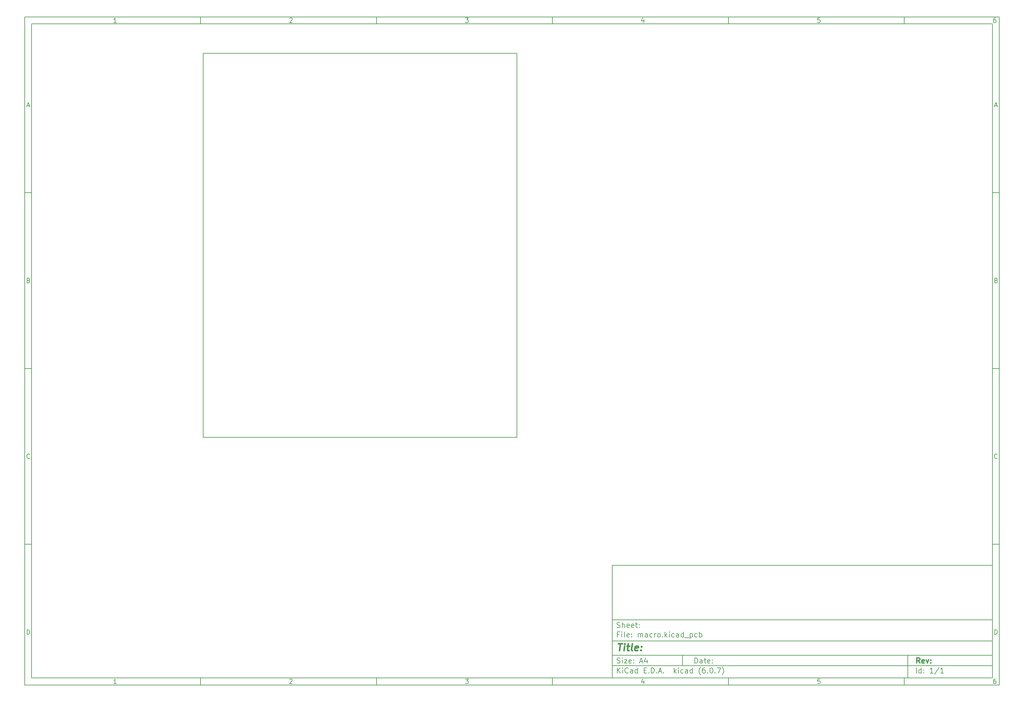
<source format=gbr>
%TF.GenerationSoftware,KiCad,Pcbnew,(6.0.7)*%
%TF.CreationDate,2022-08-16T17:25:39+02:00*%
%TF.ProjectId,macro,6d616372-6f2e-46b6-9963-61645f706362,rev?*%
%TF.SameCoordinates,Original*%
%TF.FileFunction,Profile,NP*%
%FSLAX46Y46*%
G04 Gerber Fmt 4.6, Leading zero omitted, Abs format (unit mm)*
G04 Created by KiCad (PCBNEW (6.0.7)) date 2022-08-16 17:25:39*
%MOMM*%
%LPD*%
G01*
G04 APERTURE LIST*
%ADD10C,0.100000*%
%ADD11C,0.150000*%
%ADD12C,0.300000*%
%ADD13C,0.400000*%
%TA.AperFunction,Profile*%
%ADD14C,0.200000*%
%TD*%
G04 APERTURE END LIST*
D10*
D11*
X177002200Y-166007200D02*
X177002200Y-198007200D01*
X285002200Y-198007200D01*
X285002200Y-166007200D01*
X177002200Y-166007200D01*
D10*
D11*
X10000000Y-10000000D02*
X10000000Y-200007200D01*
X287002200Y-200007200D01*
X287002200Y-10000000D01*
X10000000Y-10000000D01*
D10*
D11*
X12000000Y-12000000D02*
X12000000Y-198007200D01*
X285002200Y-198007200D01*
X285002200Y-12000000D01*
X12000000Y-12000000D01*
D10*
D11*
X60000000Y-12000000D02*
X60000000Y-10000000D01*
D10*
D11*
X110000000Y-12000000D02*
X110000000Y-10000000D01*
D10*
D11*
X160000000Y-12000000D02*
X160000000Y-10000000D01*
D10*
D11*
X210000000Y-12000000D02*
X210000000Y-10000000D01*
D10*
D11*
X260000000Y-12000000D02*
X260000000Y-10000000D01*
D10*
D11*
X36065476Y-11588095D02*
X35322619Y-11588095D01*
X35694047Y-11588095D02*
X35694047Y-10288095D01*
X35570238Y-10473809D01*
X35446428Y-10597619D01*
X35322619Y-10659523D01*
D10*
D11*
X85322619Y-10411904D02*
X85384523Y-10350000D01*
X85508333Y-10288095D01*
X85817857Y-10288095D01*
X85941666Y-10350000D01*
X86003571Y-10411904D01*
X86065476Y-10535714D01*
X86065476Y-10659523D01*
X86003571Y-10845238D01*
X85260714Y-11588095D01*
X86065476Y-11588095D01*
D10*
D11*
X135260714Y-10288095D02*
X136065476Y-10288095D01*
X135632142Y-10783333D01*
X135817857Y-10783333D01*
X135941666Y-10845238D01*
X136003571Y-10907142D01*
X136065476Y-11030952D01*
X136065476Y-11340476D01*
X136003571Y-11464285D01*
X135941666Y-11526190D01*
X135817857Y-11588095D01*
X135446428Y-11588095D01*
X135322619Y-11526190D01*
X135260714Y-11464285D01*
D10*
D11*
X185941666Y-10721428D02*
X185941666Y-11588095D01*
X185632142Y-10226190D02*
X185322619Y-11154761D01*
X186127380Y-11154761D01*
D10*
D11*
X236003571Y-10288095D02*
X235384523Y-10288095D01*
X235322619Y-10907142D01*
X235384523Y-10845238D01*
X235508333Y-10783333D01*
X235817857Y-10783333D01*
X235941666Y-10845238D01*
X236003571Y-10907142D01*
X236065476Y-11030952D01*
X236065476Y-11340476D01*
X236003571Y-11464285D01*
X235941666Y-11526190D01*
X235817857Y-11588095D01*
X235508333Y-11588095D01*
X235384523Y-11526190D01*
X235322619Y-11464285D01*
D10*
D11*
X285941666Y-10288095D02*
X285694047Y-10288095D01*
X285570238Y-10350000D01*
X285508333Y-10411904D01*
X285384523Y-10597619D01*
X285322619Y-10845238D01*
X285322619Y-11340476D01*
X285384523Y-11464285D01*
X285446428Y-11526190D01*
X285570238Y-11588095D01*
X285817857Y-11588095D01*
X285941666Y-11526190D01*
X286003571Y-11464285D01*
X286065476Y-11340476D01*
X286065476Y-11030952D01*
X286003571Y-10907142D01*
X285941666Y-10845238D01*
X285817857Y-10783333D01*
X285570238Y-10783333D01*
X285446428Y-10845238D01*
X285384523Y-10907142D01*
X285322619Y-11030952D01*
D10*
D11*
X60000000Y-198007200D02*
X60000000Y-200007200D01*
D10*
D11*
X110000000Y-198007200D02*
X110000000Y-200007200D01*
D10*
D11*
X160000000Y-198007200D02*
X160000000Y-200007200D01*
D10*
D11*
X210000000Y-198007200D02*
X210000000Y-200007200D01*
D10*
D11*
X260000000Y-198007200D02*
X260000000Y-200007200D01*
D10*
D11*
X36065476Y-199595295D02*
X35322619Y-199595295D01*
X35694047Y-199595295D02*
X35694047Y-198295295D01*
X35570238Y-198481009D01*
X35446428Y-198604819D01*
X35322619Y-198666723D01*
D10*
D11*
X85322619Y-198419104D02*
X85384523Y-198357200D01*
X85508333Y-198295295D01*
X85817857Y-198295295D01*
X85941666Y-198357200D01*
X86003571Y-198419104D01*
X86065476Y-198542914D01*
X86065476Y-198666723D01*
X86003571Y-198852438D01*
X85260714Y-199595295D01*
X86065476Y-199595295D01*
D10*
D11*
X135260714Y-198295295D02*
X136065476Y-198295295D01*
X135632142Y-198790533D01*
X135817857Y-198790533D01*
X135941666Y-198852438D01*
X136003571Y-198914342D01*
X136065476Y-199038152D01*
X136065476Y-199347676D01*
X136003571Y-199471485D01*
X135941666Y-199533390D01*
X135817857Y-199595295D01*
X135446428Y-199595295D01*
X135322619Y-199533390D01*
X135260714Y-199471485D01*
D10*
D11*
X185941666Y-198728628D02*
X185941666Y-199595295D01*
X185632142Y-198233390D02*
X185322619Y-199161961D01*
X186127380Y-199161961D01*
D10*
D11*
X236003571Y-198295295D02*
X235384523Y-198295295D01*
X235322619Y-198914342D01*
X235384523Y-198852438D01*
X235508333Y-198790533D01*
X235817857Y-198790533D01*
X235941666Y-198852438D01*
X236003571Y-198914342D01*
X236065476Y-199038152D01*
X236065476Y-199347676D01*
X236003571Y-199471485D01*
X235941666Y-199533390D01*
X235817857Y-199595295D01*
X235508333Y-199595295D01*
X235384523Y-199533390D01*
X235322619Y-199471485D01*
D10*
D11*
X285941666Y-198295295D02*
X285694047Y-198295295D01*
X285570238Y-198357200D01*
X285508333Y-198419104D01*
X285384523Y-198604819D01*
X285322619Y-198852438D01*
X285322619Y-199347676D01*
X285384523Y-199471485D01*
X285446428Y-199533390D01*
X285570238Y-199595295D01*
X285817857Y-199595295D01*
X285941666Y-199533390D01*
X286003571Y-199471485D01*
X286065476Y-199347676D01*
X286065476Y-199038152D01*
X286003571Y-198914342D01*
X285941666Y-198852438D01*
X285817857Y-198790533D01*
X285570238Y-198790533D01*
X285446428Y-198852438D01*
X285384523Y-198914342D01*
X285322619Y-199038152D01*
D10*
D11*
X10000000Y-60000000D02*
X12000000Y-60000000D01*
D10*
D11*
X10000000Y-110000000D02*
X12000000Y-110000000D01*
D10*
D11*
X10000000Y-160000000D02*
X12000000Y-160000000D01*
D10*
D11*
X10690476Y-35216666D02*
X11309523Y-35216666D01*
X10566666Y-35588095D02*
X11000000Y-34288095D01*
X11433333Y-35588095D01*
D10*
D11*
X11092857Y-84907142D02*
X11278571Y-84969047D01*
X11340476Y-85030952D01*
X11402380Y-85154761D01*
X11402380Y-85340476D01*
X11340476Y-85464285D01*
X11278571Y-85526190D01*
X11154761Y-85588095D01*
X10659523Y-85588095D01*
X10659523Y-84288095D01*
X11092857Y-84288095D01*
X11216666Y-84350000D01*
X11278571Y-84411904D01*
X11340476Y-84535714D01*
X11340476Y-84659523D01*
X11278571Y-84783333D01*
X11216666Y-84845238D01*
X11092857Y-84907142D01*
X10659523Y-84907142D01*
D10*
D11*
X11402380Y-135464285D02*
X11340476Y-135526190D01*
X11154761Y-135588095D01*
X11030952Y-135588095D01*
X10845238Y-135526190D01*
X10721428Y-135402380D01*
X10659523Y-135278571D01*
X10597619Y-135030952D01*
X10597619Y-134845238D01*
X10659523Y-134597619D01*
X10721428Y-134473809D01*
X10845238Y-134350000D01*
X11030952Y-134288095D01*
X11154761Y-134288095D01*
X11340476Y-134350000D01*
X11402380Y-134411904D01*
D10*
D11*
X10659523Y-185588095D02*
X10659523Y-184288095D01*
X10969047Y-184288095D01*
X11154761Y-184350000D01*
X11278571Y-184473809D01*
X11340476Y-184597619D01*
X11402380Y-184845238D01*
X11402380Y-185030952D01*
X11340476Y-185278571D01*
X11278571Y-185402380D01*
X11154761Y-185526190D01*
X10969047Y-185588095D01*
X10659523Y-185588095D01*
D10*
D11*
X287002200Y-60000000D02*
X285002200Y-60000000D01*
D10*
D11*
X287002200Y-110000000D02*
X285002200Y-110000000D01*
D10*
D11*
X287002200Y-160000000D02*
X285002200Y-160000000D01*
D10*
D11*
X285692676Y-35216666D02*
X286311723Y-35216666D01*
X285568866Y-35588095D02*
X286002200Y-34288095D01*
X286435533Y-35588095D01*
D10*
D11*
X286095057Y-84907142D02*
X286280771Y-84969047D01*
X286342676Y-85030952D01*
X286404580Y-85154761D01*
X286404580Y-85340476D01*
X286342676Y-85464285D01*
X286280771Y-85526190D01*
X286156961Y-85588095D01*
X285661723Y-85588095D01*
X285661723Y-84288095D01*
X286095057Y-84288095D01*
X286218866Y-84350000D01*
X286280771Y-84411904D01*
X286342676Y-84535714D01*
X286342676Y-84659523D01*
X286280771Y-84783333D01*
X286218866Y-84845238D01*
X286095057Y-84907142D01*
X285661723Y-84907142D01*
D10*
D11*
X286404580Y-135464285D02*
X286342676Y-135526190D01*
X286156961Y-135588095D01*
X286033152Y-135588095D01*
X285847438Y-135526190D01*
X285723628Y-135402380D01*
X285661723Y-135278571D01*
X285599819Y-135030952D01*
X285599819Y-134845238D01*
X285661723Y-134597619D01*
X285723628Y-134473809D01*
X285847438Y-134350000D01*
X286033152Y-134288095D01*
X286156961Y-134288095D01*
X286342676Y-134350000D01*
X286404580Y-134411904D01*
D10*
D11*
X285661723Y-185588095D02*
X285661723Y-184288095D01*
X285971247Y-184288095D01*
X286156961Y-184350000D01*
X286280771Y-184473809D01*
X286342676Y-184597619D01*
X286404580Y-184845238D01*
X286404580Y-185030952D01*
X286342676Y-185278571D01*
X286280771Y-185402380D01*
X286156961Y-185526190D01*
X285971247Y-185588095D01*
X285661723Y-185588095D01*
D10*
D11*
X200434342Y-193785771D02*
X200434342Y-192285771D01*
X200791485Y-192285771D01*
X201005771Y-192357200D01*
X201148628Y-192500057D01*
X201220057Y-192642914D01*
X201291485Y-192928628D01*
X201291485Y-193142914D01*
X201220057Y-193428628D01*
X201148628Y-193571485D01*
X201005771Y-193714342D01*
X200791485Y-193785771D01*
X200434342Y-193785771D01*
X202577200Y-193785771D02*
X202577200Y-193000057D01*
X202505771Y-192857200D01*
X202362914Y-192785771D01*
X202077200Y-192785771D01*
X201934342Y-192857200D01*
X202577200Y-193714342D02*
X202434342Y-193785771D01*
X202077200Y-193785771D01*
X201934342Y-193714342D01*
X201862914Y-193571485D01*
X201862914Y-193428628D01*
X201934342Y-193285771D01*
X202077200Y-193214342D01*
X202434342Y-193214342D01*
X202577200Y-193142914D01*
X203077200Y-192785771D02*
X203648628Y-192785771D01*
X203291485Y-192285771D02*
X203291485Y-193571485D01*
X203362914Y-193714342D01*
X203505771Y-193785771D01*
X203648628Y-193785771D01*
X204720057Y-193714342D02*
X204577200Y-193785771D01*
X204291485Y-193785771D01*
X204148628Y-193714342D01*
X204077200Y-193571485D01*
X204077200Y-193000057D01*
X204148628Y-192857200D01*
X204291485Y-192785771D01*
X204577200Y-192785771D01*
X204720057Y-192857200D01*
X204791485Y-193000057D01*
X204791485Y-193142914D01*
X204077200Y-193285771D01*
X205434342Y-193642914D02*
X205505771Y-193714342D01*
X205434342Y-193785771D01*
X205362914Y-193714342D01*
X205434342Y-193642914D01*
X205434342Y-193785771D01*
X205434342Y-192857200D02*
X205505771Y-192928628D01*
X205434342Y-193000057D01*
X205362914Y-192928628D01*
X205434342Y-192857200D01*
X205434342Y-193000057D01*
D10*
D11*
X177002200Y-194507200D02*
X285002200Y-194507200D01*
D10*
D11*
X178434342Y-196585771D02*
X178434342Y-195085771D01*
X179291485Y-196585771D02*
X178648628Y-195728628D01*
X179291485Y-195085771D02*
X178434342Y-195942914D01*
X179934342Y-196585771D02*
X179934342Y-195585771D01*
X179934342Y-195085771D02*
X179862914Y-195157200D01*
X179934342Y-195228628D01*
X180005771Y-195157200D01*
X179934342Y-195085771D01*
X179934342Y-195228628D01*
X181505771Y-196442914D02*
X181434342Y-196514342D01*
X181220057Y-196585771D01*
X181077200Y-196585771D01*
X180862914Y-196514342D01*
X180720057Y-196371485D01*
X180648628Y-196228628D01*
X180577200Y-195942914D01*
X180577200Y-195728628D01*
X180648628Y-195442914D01*
X180720057Y-195300057D01*
X180862914Y-195157200D01*
X181077200Y-195085771D01*
X181220057Y-195085771D01*
X181434342Y-195157200D01*
X181505771Y-195228628D01*
X182791485Y-196585771D02*
X182791485Y-195800057D01*
X182720057Y-195657200D01*
X182577200Y-195585771D01*
X182291485Y-195585771D01*
X182148628Y-195657200D01*
X182791485Y-196514342D02*
X182648628Y-196585771D01*
X182291485Y-196585771D01*
X182148628Y-196514342D01*
X182077200Y-196371485D01*
X182077200Y-196228628D01*
X182148628Y-196085771D01*
X182291485Y-196014342D01*
X182648628Y-196014342D01*
X182791485Y-195942914D01*
X184148628Y-196585771D02*
X184148628Y-195085771D01*
X184148628Y-196514342D02*
X184005771Y-196585771D01*
X183720057Y-196585771D01*
X183577200Y-196514342D01*
X183505771Y-196442914D01*
X183434342Y-196300057D01*
X183434342Y-195871485D01*
X183505771Y-195728628D01*
X183577200Y-195657200D01*
X183720057Y-195585771D01*
X184005771Y-195585771D01*
X184148628Y-195657200D01*
X186005771Y-195800057D02*
X186505771Y-195800057D01*
X186720057Y-196585771D02*
X186005771Y-196585771D01*
X186005771Y-195085771D01*
X186720057Y-195085771D01*
X187362914Y-196442914D02*
X187434342Y-196514342D01*
X187362914Y-196585771D01*
X187291485Y-196514342D01*
X187362914Y-196442914D01*
X187362914Y-196585771D01*
X188077200Y-196585771D02*
X188077200Y-195085771D01*
X188434342Y-195085771D01*
X188648628Y-195157200D01*
X188791485Y-195300057D01*
X188862914Y-195442914D01*
X188934342Y-195728628D01*
X188934342Y-195942914D01*
X188862914Y-196228628D01*
X188791485Y-196371485D01*
X188648628Y-196514342D01*
X188434342Y-196585771D01*
X188077200Y-196585771D01*
X189577200Y-196442914D02*
X189648628Y-196514342D01*
X189577200Y-196585771D01*
X189505771Y-196514342D01*
X189577200Y-196442914D01*
X189577200Y-196585771D01*
X190220057Y-196157200D02*
X190934342Y-196157200D01*
X190077200Y-196585771D02*
X190577200Y-195085771D01*
X191077200Y-196585771D01*
X191577200Y-196442914D02*
X191648628Y-196514342D01*
X191577200Y-196585771D01*
X191505771Y-196514342D01*
X191577200Y-196442914D01*
X191577200Y-196585771D01*
X194577200Y-196585771D02*
X194577200Y-195085771D01*
X194720057Y-196014342D02*
X195148628Y-196585771D01*
X195148628Y-195585771D02*
X194577200Y-196157200D01*
X195791485Y-196585771D02*
X195791485Y-195585771D01*
X195791485Y-195085771D02*
X195720057Y-195157200D01*
X195791485Y-195228628D01*
X195862914Y-195157200D01*
X195791485Y-195085771D01*
X195791485Y-195228628D01*
X197148628Y-196514342D02*
X197005771Y-196585771D01*
X196720057Y-196585771D01*
X196577200Y-196514342D01*
X196505771Y-196442914D01*
X196434342Y-196300057D01*
X196434342Y-195871485D01*
X196505771Y-195728628D01*
X196577200Y-195657200D01*
X196720057Y-195585771D01*
X197005771Y-195585771D01*
X197148628Y-195657200D01*
X198434342Y-196585771D02*
X198434342Y-195800057D01*
X198362914Y-195657200D01*
X198220057Y-195585771D01*
X197934342Y-195585771D01*
X197791485Y-195657200D01*
X198434342Y-196514342D02*
X198291485Y-196585771D01*
X197934342Y-196585771D01*
X197791485Y-196514342D01*
X197720057Y-196371485D01*
X197720057Y-196228628D01*
X197791485Y-196085771D01*
X197934342Y-196014342D01*
X198291485Y-196014342D01*
X198434342Y-195942914D01*
X199791485Y-196585771D02*
X199791485Y-195085771D01*
X199791485Y-196514342D02*
X199648628Y-196585771D01*
X199362914Y-196585771D01*
X199220057Y-196514342D01*
X199148628Y-196442914D01*
X199077200Y-196300057D01*
X199077200Y-195871485D01*
X199148628Y-195728628D01*
X199220057Y-195657200D01*
X199362914Y-195585771D01*
X199648628Y-195585771D01*
X199791485Y-195657200D01*
X202077200Y-197157200D02*
X202005771Y-197085771D01*
X201862914Y-196871485D01*
X201791485Y-196728628D01*
X201720057Y-196514342D01*
X201648628Y-196157200D01*
X201648628Y-195871485D01*
X201720057Y-195514342D01*
X201791485Y-195300057D01*
X201862914Y-195157200D01*
X202005771Y-194942914D01*
X202077200Y-194871485D01*
X203291485Y-195085771D02*
X203005771Y-195085771D01*
X202862914Y-195157200D01*
X202791485Y-195228628D01*
X202648628Y-195442914D01*
X202577200Y-195728628D01*
X202577200Y-196300057D01*
X202648628Y-196442914D01*
X202720057Y-196514342D01*
X202862914Y-196585771D01*
X203148628Y-196585771D01*
X203291485Y-196514342D01*
X203362914Y-196442914D01*
X203434342Y-196300057D01*
X203434342Y-195942914D01*
X203362914Y-195800057D01*
X203291485Y-195728628D01*
X203148628Y-195657200D01*
X202862914Y-195657200D01*
X202720057Y-195728628D01*
X202648628Y-195800057D01*
X202577200Y-195942914D01*
X204077200Y-196442914D02*
X204148628Y-196514342D01*
X204077200Y-196585771D01*
X204005771Y-196514342D01*
X204077200Y-196442914D01*
X204077200Y-196585771D01*
X205077200Y-195085771D02*
X205220057Y-195085771D01*
X205362914Y-195157200D01*
X205434342Y-195228628D01*
X205505771Y-195371485D01*
X205577200Y-195657200D01*
X205577200Y-196014342D01*
X205505771Y-196300057D01*
X205434342Y-196442914D01*
X205362914Y-196514342D01*
X205220057Y-196585771D01*
X205077200Y-196585771D01*
X204934342Y-196514342D01*
X204862914Y-196442914D01*
X204791485Y-196300057D01*
X204720057Y-196014342D01*
X204720057Y-195657200D01*
X204791485Y-195371485D01*
X204862914Y-195228628D01*
X204934342Y-195157200D01*
X205077200Y-195085771D01*
X206220057Y-196442914D02*
X206291485Y-196514342D01*
X206220057Y-196585771D01*
X206148628Y-196514342D01*
X206220057Y-196442914D01*
X206220057Y-196585771D01*
X206791485Y-195085771D02*
X207791485Y-195085771D01*
X207148628Y-196585771D01*
X208220057Y-197157200D02*
X208291485Y-197085771D01*
X208434342Y-196871485D01*
X208505771Y-196728628D01*
X208577200Y-196514342D01*
X208648628Y-196157200D01*
X208648628Y-195871485D01*
X208577200Y-195514342D01*
X208505771Y-195300057D01*
X208434342Y-195157200D01*
X208291485Y-194942914D01*
X208220057Y-194871485D01*
D10*
D11*
X177002200Y-191507200D02*
X285002200Y-191507200D01*
D10*
D12*
X264411485Y-193785771D02*
X263911485Y-193071485D01*
X263554342Y-193785771D02*
X263554342Y-192285771D01*
X264125771Y-192285771D01*
X264268628Y-192357200D01*
X264340057Y-192428628D01*
X264411485Y-192571485D01*
X264411485Y-192785771D01*
X264340057Y-192928628D01*
X264268628Y-193000057D01*
X264125771Y-193071485D01*
X263554342Y-193071485D01*
X265625771Y-193714342D02*
X265482914Y-193785771D01*
X265197200Y-193785771D01*
X265054342Y-193714342D01*
X264982914Y-193571485D01*
X264982914Y-193000057D01*
X265054342Y-192857200D01*
X265197200Y-192785771D01*
X265482914Y-192785771D01*
X265625771Y-192857200D01*
X265697200Y-193000057D01*
X265697200Y-193142914D01*
X264982914Y-193285771D01*
X266197200Y-192785771D02*
X266554342Y-193785771D01*
X266911485Y-192785771D01*
X267482914Y-193642914D02*
X267554342Y-193714342D01*
X267482914Y-193785771D01*
X267411485Y-193714342D01*
X267482914Y-193642914D01*
X267482914Y-193785771D01*
X267482914Y-192857200D02*
X267554342Y-192928628D01*
X267482914Y-193000057D01*
X267411485Y-192928628D01*
X267482914Y-192857200D01*
X267482914Y-193000057D01*
D10*
D11*
X178362914Y-193714342D02*
X178577200Y-193785771D01*
X178934342Y-193785771D01*
X179077200Y-193714342D01*
X179148628Y-193642914D01*
X179220057Y-193500057D01*
X179220057Y-193357200D01*
X179148628Y-193214342D01*
X179077200Y-193142914D01*
X178934342Y-193071485D01*
X178648628Y-193000057D01*
X178505771Y-192928628D01*
X178434342Y-192857200D01*
X178362914Y-192714342D01*
X178362914Y-192571485D01*
X178434342Y-192428628D01*
X178505771Y-192357200D01*
X178648628Y-192285771D01*
X179005771Y-192285771D01*
X179220057Y-192357200D01*
X179862914Y-193785771D02*
X179862914Y-192785771D01*
X179862914Y-192285771D02*
X179791485Y-192357200D01*
X179862914Y-192428628D01*
X179934342Y-192357200D01*
X179862914Y-192285771D01*
X179862914Y-192428628D01*
X180434342Y-192785771D02*
X181220057Y-192785771D01*
X180434342Y-193785771D01*
X181220057Y-193785771D01*
X182362914Y-193714342D02*
X182220057Y-193785771D01*
X181934342Y-193785771D01*
X181791485Y-193714342D01*
X181720057Y-193571485D01*
X181720057Y-193000057D01*
X181791485Y-192857200D01*
X181934342Y-192785771D01*
X182220057Y-192785771D01*
X182362914Y-192857200D01*
X182434342Y-193000057D01*
X182434342Y-193142914D01*
X181720057Y-193285771D01*
X183077200Y-193642914D02*
X183148628Y-193714342D01*
X183077200Y-193785771D01*
X183005771Y-193714342D01*
X183077200Y-193642914D01*
X183077200Y-193785771D01*
X183077200Y-192857200D02*
X183148628Y-192928628D01*
X183077200Y-193000057D01*
X183005771Y-192928628D01*
X183077200Y-192857200D01*
X183077200Y-193000057D01*
X184862914Y-193357200D02*
X185577200Y-193357200D01*
X184720057Y-193785771D02*
X185220057Y-192285771D01*
X185720057Y-193785771D01*
X186862914Y-192785771D02*
X186862914Y-193785771D01*
X186505771Y-192214342D02*
X186148628Y-193285771D01*
X187077200Y-193285771D01*
D10*
D11*
X263434342Y-196585771D02*
X263434342Y-195085771D01*
X264791485Y-196585771D02*
X264791485Y-195085771D01*
X264791485Y-196514342D02*
X264648628Y-196585771D01*
X264362914Y-196585771D01*
X264220057Y-196514342D01*
X264148628Y-196442914D01*
X264077200Y-196300057D01*
X264077200Y-195871485D01*
X264148628Y-195728628D01*
X264220057Y-195657200D01*
X264362914Y-195585771D01*
X264648628Y-195585771D01*
X264791485Y-195657200D01*
X265505771Y-196442914D02*
X265577200Y-196514342D01*
X265505771Y-196585771D01*
X265434342Y-196514342D01*
X265505771Y-196442914D01*
X265505771Y-196585771D01*
X265505771Y-195657200D02*
X265577200Y-195728628D01*
X265505771Y-195800057D01*
X265434342Y-195728628D01*
X265505771Y-195657200D01*
X265505771Y-195800057D01*
X268148628Y-196585771D02*
X267291485Y-196585771D01*
X267720057Y-196585771D02*
X267720057Y-195085771D01*
X267577200Y-195300057D01*
X267434342Y-195442914D01*
X267291485Y-195514342D01*
X269862914Y-195014342D02*
X268577200Y-196942914D01*
X271148628Y-196585771D02*
X270291485Y-196585771D01*
X270720057Y-196585771D02*
X270720057Y-195085771D01*
X270577200Y-195300057D01*
X270434342Y-195442914D01*
X270291485Y-195514342D01*
D10*
D11*
X177002200Y-187507200D02*
X285002200Y-187507200D01*
D10*
D13*
X178714580Y-188211961D02*
X179857438Y-188211961D01*
X179036009Y-190211961D02*
X179286009Y-188211961D01*
X180274104Y-190211961D02*
X180440771Y-188878628D01*
X180524104Y-188211961D02*
X180416961Y-188307200D01*
X180500295Y-188402438D01*
X180607438Y-188307200D01*
X180524104Y-188211961D01*
X180500295Y-188402438D01*
X181107438Y-188878628D02*
X181869342Y-188878628D01*
X181476485Y-188211961D02*
X181262200Y-189926247D01*
X181333628Y-190116723D01*
X181512200Y-190211961D01*
X181702676Y-190211961D01*
X182655057Y-190211961D02*
X182476485Y-190116723D01*
X182405057Y-189926247D01*
X182619342Y-188211961D01*
X184190771Y-190116723D02*
X183988390Y-190211961D01*
X183607438Y-190211961D01*
X183428866Y-190116723D01*
X183357438Y-189926247D01*
X183452676Y-189164342D01*
X183571723Y-188973866D01*
X183774104Y-188878628D01*
X184155057Y-188878628D01*
X184333628Y-188973866D01*
X184405057Y-189164342D01*
X184381247Y-189354819D01*
X183405057Y-189545295D01*
X185155057Y-190021485D02*
X185238390Y-190116723D01*
X185131247Y-190211961D01*
X185047914Y-190116723D01*
X185155057Y-190021485D01*
X185131247Y-190211961D01*
X185286009Y-188973866D02*
X185369342Y-189069104D01*
X185262200Y-189164342D01*
X185178866Y-189069104D01*
X185286009Y-188973866D01*
X185262200Y-189164342D01*
D10*
D11*
X178934342Y-185600057D02*
X178434342Y-185600057D01*
X178434342Y-186385771D02*
X178434342Y-184885771D01*
X179148628Y-184885771D01*
X179720057Y-186385771D02*
X179720057Y-185385771D01*
X179720057Y-184885771D02*
X179648628Y-184957200D01*
X179720057Y-185028628D01*
X179791485Y-184957200D01*
X179720057Y-184885771D01*
X179720057Y-185028628D01*
X180648628Y-186385771D02*
X180505771Y-186314342D01*
X180434342Y-186171485D01*
X180434342Y-184885771D01*
X181791485Y-186314342D02*
X181648628Y-186385771D01*
X181362914Y-186385771D01*
X181220057Y-186314342D01*
X181148628Y-186171485D01*
X181148628Y-185600057D01*
X181220057Y-185457200D01*
X181362914Y-185385771D01*
X181648628Y-185385771D01*
X181791485Y-185457200D01*
X181862914Y-185600057D01*
X181862914Y-185742914D01*
X181148628Y-185885771D01*
X182505771Y-186242914D02*
X182577200Y-186314342D01*
X182505771Y-186385771D01*
X182434342Y-186314342D01*
X182505771Y-186242914D01*
X182505771Y-186385771D01*
X182505771Y-185457200D02*
X182577200Y-185528628D01*
X182505771Y-185600057D01*
X182434342Y-185528628D01*
X182505771Y-185457200D01*
X182505771Y-185600057D01*
X184362914Y-186385771D02*
X184362914Y-185385771D01*
X184362914Y-185528628D02*
X184434342Y-185457200D01*
X184577200Y-185385771D01*
X184791485Y-185385771D01*
X184934342Y-185457200D01*
X185005771Y-185600057D01*
X185005771Y-186385771D01*
X185005771Y-185600057D02*
X185077200Y-185457200D01*
X185220057Y-185385771D01*
X185434342Y-185385771D01*
X185577200Y-185457200D01*
X185648628Y-185600057D01*
X185648628Y-186385771D01*
X187005771Y-186385771D02*
X187005771Y-185600057D01*
X186934342Y-185457200D01*
X186791485Y-185385771D01*
X186505771Y-185385771D01*
X186362914Y-185457200D01*
X187005771Y-186314342D02*
X186862914Y-186385771D01*
X186505771Y-186385771D01*
X186362914Y-186314342D01*
X186291485Y-186171485D01*
X186291485Y-186028628D01*
X186362914Y-185885771D01*
X186505771Y-185814342D01*
X186862914Y-185814342D01*
X187005771Y-185742914D01*
X188362914Y-186314342D02*
X188220057Y-186385771D01*
X187934342Y-186385771D01*
X187791485Y-186314342D01*
X187720057Y-186242914D01*
X187648628Y-186100057D01*
X187648628Y-185671485D01*
X187720057Y-185528628D01*
X187791485Y-185457200D01*
X187934342Y-185385771D01*
X188220057Y-185385771D01*
X188362914Y-185457200D01*
X189005771Y-186385771D02*
X189005771Y-185385771D01*
X189005771Y-185671485D02*
X189077200Y-185528628D01*
X189148628Y-185457200D01*
X189291485Y-185385771D01*
X189434342Y-185385771D01*
X190148628Y-186385771D02*
X190005771Y-186314342D01*
X189934342Y-186242914D01*
X189862914Y-186100057D01*
X189862914Y-185671485D01*
X189934342Y-185528628D01*
X190005771Y-185457200D01*
X190148628Y-185385771D01*
X190362914Y-185385771D01*
X190505771Y-185457200D01*
X190577200Y-185528628D01*
X190648628Y-185671485D01*
X190648628Y-186100057D01*
X190577200Y-186242914D01*
X190505771Y-186314342D01*
X190362914Y-186385771D01*
X190148628Y-186385771D01*
X191291485Y-186242914D02*
X191362914Y-186314342D01*
X191291485Y-186385771D01*
X191220057Y-186314342D01*
X191291485Y-186242914D01*
X191291485Y-186385771D01*
X192005771Y-186385771D02*
X192005771Y-184885771D01*
X192148628Y-185814342D02*
X192577200Y-186385771D01*
X192577200Y-185385771D02*
X192005771Y-185957200D01*
X193220057Y-186385771D02*
X193220057Y-185385771D01*
X193220057Y-184885771D02*
X193148628Y-184957200D01*
X193220057Y-185028628D01*
X193291485Y-184957200D01*
X193220057Y-184885771D01*
X193220057Y-185028628D01*
X194577200Y-186314342D02*
X194434342Y-186385771D01*
X194148628Y-186385771D01*
X194005771Y-186314342D01*
X193934342Y-186242914D01*
X193862914Y-186100057D01*
X193862914Y-185671485D01*
X193934342Y-185528628D01*
X194005771Y-185457200D01*
X194148628Y-185385771D01*
X194434342Y-185385771D01*
X194577200Y-185457200D01*
X195862914Y-186385771D02*
X195862914Y-185600057D01*
X195791485Y-185457200D01*
X195648628Y-185385771D01*
X195362914Y-185385771D01*
X195220057Y-185457200D01*
X195862914Y-186314342D02*
X195720057Y-186385771D01*
X195362914Y-186385771D01*
X195220057Y-186314342D01*
X195148628Y-186171485D01*
X195148628Y-186028628D01*
X195220057Y-185885771D01*
X195362914Y-185814342D01*
X195720057Y-185814342D01*
X195862914Y-185742914D01*
X197220057Y-186385771D02*
X197220057Y-184885771D01*
X197220057Y-186314342D02*
X197077200Y-186385771D01*
X196791485Y-186385771D01*
X196648628Y-186314342D01*
X196577200Y-186242914D01*
X196505771Y-186100057D01*
X196505771Y-185671485D01*
X196577200Y-185528628D01*
X196648628Y-185457200D01*
X196791485Y-185385771D01*
X197077200Y-185385771D01*
X197220057Y-185457200D01*
X197577200Y-186528628D02*
X198720057Y-186528628D01*
X199077200Y-185385771D02*
X199077200Y-186885771D01*
X199077200Y-185457200D02*
X199220057Y-185385771D01*
X199505771Y-185385771D01*
X199648628Y-185457200D01*
X199720057Y-185528628D01*
X199791485Y-185671485D01*
X199791485Y-186100057D01*
X199720057Y-186242914D01*
X199648628Y-186314342D01*
X199505771Y-186385771D01*
X199220057Y-186385771D01*
X199077200Y-186314342D01*
X201077200Y-186314342D02*
X200934342Y-186385771D01*
X200648628Y-186385771D01*
X200505771Y-186314342D01*
X200434342Y-186242914D01*
X200362914Y-186100057D01*
X200362914Y-185671485D01*
X200434342Y-185528628D01*
X200505771Y-185457200D01*
X200648628Y-185385771D01*
X200934342Y-185385771D01*
X201077200Y-185457200D01*
X201720057Y-186385771D02*
X201720057Y-184885771D01*
X201720057Y-185457200D02*
X201862914Y-185385771D01*
X202148628Y-185385771D01*
X202291485Y-185457200D01*
X202362914Y-185528628D01*
X202434342Y-185671485D01*
X202434342Y-186100057D01*
X202362914Y-186242914D01*
X202291485Y-186314342D01*
X202148628Y-186385771D01*
X201862914Y-186385771D01*
X201720057Y-186314342D01*
D10*
D11*
X177002200Y-181507200D02*
X285002200Y-181507200D01*
D10*
D11*
X178362914Y-183614342D02*
X178577200Y-183685771D01*
X178934342Y-183685771D01*
X179077200Y-183614342D01*
X179148628Y-183542914D01*
X179220057Y-183400057D01*
X179220057Y-183257200D01*
X179148628Y-183114342D01*
X179077200Y-183042914D01*
X178934342Y-182971485D01*
X178648628Y-182900057D01*
X178505771Y-182828628D01*
X178434342Y-182757200D01*
X178362914Y-182614342D01*
X178362914Y-182471485D01*
X178434342Y-182328628D01*
X178505771Y-182257200D01*
X178648628Y-182185771D01*
X179005771Y-182185771D01*
X179220057Y-182257200D01*
X179862914Y-183685771D02*
X179862914Y-182185771D01*
X180505771Y-183685771D02*
X180505771Y-182900057D01*
X180434342Y-182757200D01*
X180291485Y-182685771D01*
X180077200Y-182685771D01*
X179934342Y-182757200D01*
X179862914Y-182828628D01*
X181791485Y-183614342D02*
X181648628Y-183685771D01*
X181362914Y-183685771D01*
X181220057Y-183614342D01*
X181148628Y-183471485D01*
X181148628Y-182900057D01*
X181220057Y-182757200D01*
X181362914Y-182685771D01*
X181648628Y-182685771D01*
X181791485Y-182757200D01*
X181862914Y-182900057D01*
X181862914Y-183042914D01*
X181148628Y-183185771D01*
X183077200Y-183614342D02*
X182934342Y-183685771D01*
X182648628Y-183685771D01*
X182505771Y-183614342D01*
X182434342Y-183471485D01*
X182434342Y-182900057D01*
X182505771Y-182757200D01*
X182648628Y-182685771D01*
X182934342Y-182685771D01*
X183077200Y-182757200D01*
X183148628Y-182900057D01*
X183148628Y-183042914D01*
X182434342Y-183185771D01*
X183577200Y-182685771D02*
X184148628Y-182685771D01*
X183791485Y-182185771D02*
X183791485Y-183471485D01*
X183862914Y-183614342D01*
X184005771Y-183685771D01*
X184148628Y-183685771D01*
X184648628Y-183542914D02*
X184720057Y-183614342D01*
X184648628Y-183685771D01*
X184577200Y-183614342D01*
X184648628Y-183542914D01*
X184648628Y-183685771D01*
X184648628Y-182757200D02*
X184720057Y-182828628D01*
X184648628Y-182900057D01*
X184577200Y-182828628D01*
X184648628Y-182757200D01*
X184648628Y-182900057D01*
D10*
D12*
D10*
D11*
D10*
D11*
D10*
D11*
D10*
D11*
D10*
D11*
X197002200Y-191507200D02*
X197002200Y-194507200D01*
D10*
D11*
X261002200Y-191507200D02*
X261002200Y-198007200D01*
D14*
X149860000Y-20320000D02*
X60706000Y-20320000D01*
X60706000Y-20320000D02*
X60706000Y-129540000D01*
X60706000Y-129540000D02*
X149860000Y-129540000D01*
X149860000Y-129540000D02*
X149860000Y-20320000D01*
M02*

</source>
